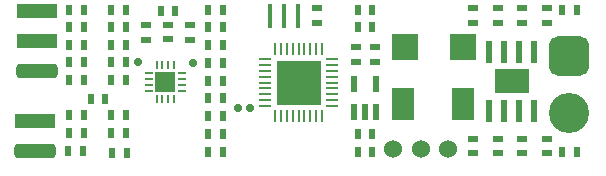
<source format=gtp>
G04*
G04 #@! TF.GenerationSoftware,Altium Limited,Altium Designer,21.0.9 (235)*
G04*
G04 Layer_Color=8421504*
%FSLAX44Y44*%
%MOMM*%
G71*
G04*
G04 #@! TF.SameCoordinates,08F79265-EF5C-4CE5-BC12-077E6F79E2A6*
G04*
G04*
G04 #@! TF.FilePolarity,Positive*
G04*
G01*
G75*
%ADD19R,0.8500X0.6000*%
%ADD20R,0.6000X0.8500*%
%ADD21R,1.9050X2.7940*%
%ADD22C,1.5240*%
%ADD23C,0.7000*%
%ADD24R,0.4000X2.0000*%
%ADD25R,0.2600X1.0800*%
%ADD26R,0.7080X0.2548*%
%ADD27R,0.2548X0.7080*%
%ADD28R,1.7526X1.7526*%
%ADD29R,3.5000X1.2000*%
G04:AMPARAMS|DCode=30|XSize=1.2mm|YSize=3.5mm|CornerRadius=0.3mm|HoleSize=0mm|Usage=FLASHONLY|Rotation=90.000|XOffset=0mm|YOffset=0mm|HoleType=Round|Shape=RoundedRectangle|*
%AMROUNDEDRECTD30*
21,1,1.2000,2.9000,0,0,90.0*
21,1,0.6000,3.5000,0,0,90.0*
1,1,0.6000,1.4500,0.3000*
1,1,0.6000,1.4500,-0.3000*
1,1,0.6000,-1.4500,-0.3000*
1,1,0.6000,-1.4500,0.3000*
%
%ADD30ROUNDEDRECTD30*%
%ADD31R,3.0000X2.1300*%
%ADD32R,0.6000X1.9700*%
%ADD33R,2.2000X2.3000*%
G04:AMPARAMS|DCode=34|XSize=3.4mm|YSize=3.4mm|CornerRadius=0.85mm|HoleSize=0mm|Usage=FLASHONLY|Rotation=0.000|XOffset=0mm|YOffset=0mm|HoleType=Round|Shape=RoundedRectangle|*
%AMROUNDEDRECTD34*
21,1,3.4000,1.7000,0,0,0.0*
21,1,1.7000,3.4000,0,0,0.0*
1,1,1.7000,0.8500,-0.8500*
1,1,1.7000,-0.8500,-0.8500*
1,1,1.7000,-0.8500,0.8500*
1,1,1.7000,0.8500,0.8500*
%
%ADD34ROUNDEDRECTD34*%
%ADD35C,3.4000*%
%ADD36R,1.0800X0.2600*%
%ADD37R,3.7000X3.7000*%
%ADD38R,0.5588X1.3208*%
G36*
X621340Y330174D02*
Y337174D01*
X609940D01*
Y330174D01*
X621340D01*
D02*
G37*
G36*
Y339574D02*
Y346574D01*
X609940D01*
Y339574D01*
X621340D01*
D02*
G37*
G36*
X607540Y330174D02*
Y337174D01*
X596140D01*
Y330174D01*
X607540D01*
D02*
G37*
G36*
Y339574D02*
Y346574D01*
X596140D01*
Y339574D01*
X607540D01*
D02*
G37*
G36*
X416664Y349737D02*
Y325767D01*
X440634D01*
Y349737D01*
X416664D01*
D02*
G37*
D19*
X617910Y277556D02*
D03*
Y290000D02*
D03*
X638740Y277556D02*
D03*
Y290000D02*
D03*
X576251Y277556D02*
D03*
Y290000D02*
D03*
X597080D02*
D03*
Y277556D02*
D03*
X617910Y400456D02*
D03*
Y388012D02*
D03*
X638740D02*
D03*
Y400456D02*
D03*
X576251D02*
D03*
Y388012D02*
D03*
X597080D02*
D03*
Y400456D02*
D03*
X336340Y373778D02*
D03*
Y386222D02*
D03*
X317840Y386444D02*
D03*
Y374000D02*
D03*
X299340Y373778D02*
D03*
Y386222D02*
D03*
X492683Y355132D02*
D03*
Y367576D02*
D03*
X476799Y355132D02*
D03*
Y367576D02*
D03*
X443740Y400480D02*
D03*
Y388036D02*
D03*
D20*
X651418Y278806D02*
D03*
X663862D02*
D03*
X651418Y399206D02*
D03*
X663862D02*
D03*
X246720Y294953D02*
D03*
X234276D02*
D03*
Y309850D02*
D03*
X246720D02*
D03*
X234276Y369437D02*
D03*
X246720D02*
D03*
X234276Y339643D02*
D03*
X246720D02*
D03*
Y354540D02*
D03*
X234276D02*
D03*
Y384334D02*
D03*
X246720D02*
D03*
Y399230D02*
D03*
X234276D02*
D03*
X282395Y294953D02*
D03*
X269951D02*
D03*
X282395Y309850D02*
D03*
X269951D02*
D03*
X264808Y323800D02*
D03*
X252364D02*
D03*
X269951Y339643D02*
D03*
X282395D02*
D03*
X269951Y354540D02*
D03*
X282395D02*
D03*
Y369437D02*
D03*
X269951D02*
D03*
Y384334D02*
D03*
X282395D02*
D03*
X364164Y384177D02*
D03*
X351720D02*
D03*
X245940Y279534D02*
D03*
X233496D02*
D03*
X351720Y323965D02*
D03*
X364164D02*
D03*
X490903Y278806D02*
D03*
X478459D02*
D03*
X490903Y293859D02*
D03*
X478459D02*
D03*
X311699Y398347D02*
D03*
X324143D02*
D03*
X364164Y354071D02*
D03*
X351720D02*
D03*
X269951Y399230D02*
D03*
X282395D02*
D03*
X364164Y308912D02*
D03*
X351720D02*
D03*
X364164Y293859D02*
D03*
X351720D02*
D03*
X490904Y384177D02*
D03*
X478460D02*
D03*
X490904Y399230D02*
D03*
X478460D02*
D03*
X364164Y369124D02*
D03*
X351720D02*
D03*
Y399230D02*
D03*
X364164D02*
D03*
X351720Y278806D02*
D03*
X364164D02*
D03*
X351720Y339018D02*
D03*
X364164D02*
D03*
X270731Y278078D02*
D03*
X283175D02*
D03*
D21*
X567540Y319200D02*
D03*
X516740D02*
D03*
D22*
X508140Y281600D02*
D03*
X531640D02*
D03*
X555140D02*
D03*
D23*
X292700Y354770D02*
D03*
X338760Y353740D02*
D03*
X377250Y316200D02*
D03*
X386830D02*
D03*
D24*
X403861Y394123D02*
D03*
X427861D02*
D03*
X415861D02*
D03*
D25*
X418364Y365617D02*
D03*
X413364D02*
D03*
X408364D02*
D03*
X423364D02*
D03*
X428364D02*
D03*
X433364D02*
D03*
X438364D02*
D03*
X443364D02*
D03*
X448364D02*
D03*
Y309317D02*
D03*
X443364D02*
D03*
X438364D02*
D03*
X433364D02*
D03*
X428364D02*
D03*
X423364D02*
D03*
X418364D02*
D03*
X413364D02*
D03*
X408364D02*
D03*
D26*
X329845Y345422D02*
D03*
Y340422D02*
D03*
Y335422D02*
D03*
Y330422D02*
D03*
X301429D02*
D03*
Y335422D02*
D03*
Y340422D02*
D03*
Y345422D02*
D03*
D27*
X323137Y323714D02*
D03*
X318137D02*
D03*
X313137D02*
D03*
X308137D02*
D03*
Y352130D02*
D03*
X313137D02*
D03*
X318137D02*
D03*
X323137D02*
D03*
D28*
X315637Y337922D02*
D03*
D29*
X207032Y372862D02*
D03*
Y398262D02*
D03*
X205540Y305038D02*
D03*
D30*
X207032Y347462D02*
D03*
X205540Y279638D02*
D03*
D31*
X608740Y338374D02*
D03*
D32*
X627790Y363124D02*
D03*
X615090D02*
D03*
X602390D02*
D03*
X589690D02*
D03*
Y313624D02*
D03*
X602390D02*
D03*
X615090D02*
D03*
X627790D02*
D03*
D33*
X518240Y367200D02*
D03*
X567240D02*
D03*
D34*
X657640Y360249D02*
D03*
D35*
Y311249D02*
D03*
D36*
X456514Y352467D02*
D03*
Y347467D02*
D03*
Y342467D02*
D03*
Y337467D02*
D03*
Y332467D02*
D03*
Y327467D02*
D03*
Y322467D02*
D03*
Y317467D02*
D03*
X400214D02*
D03*
Y322467D02*
D03*
Y327467D02*
D03*
Y332467D02*
D03*
Y337467D02*
D03*
Y342467D02*
D03*
Y347467D02*
D03*
Y352467D02*
D03*
X456514Y357467D02*
D03*
X400214D02*
D03*
D37*
X428364Y337467D02*
D03*
D38*
X494139Y312777D02*
D03*
X484741D02*
D03*
X475343D02*
D03*
Y336145D02*
D03*
X494139D02*
D03*
M02*

</source>
